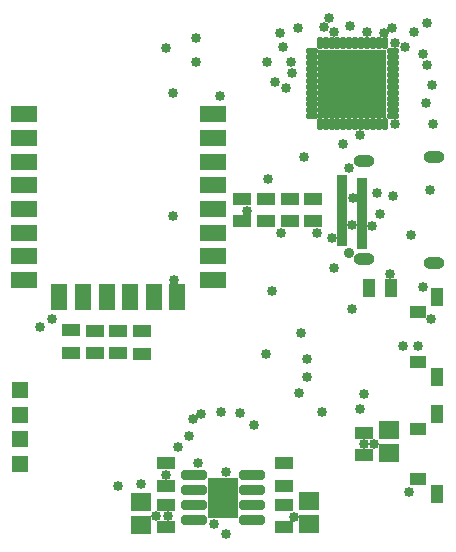
<source format=gts>
G04*
G04 #@! TF.GenerationSoftware,Altium Limited,Altium Designer,20.0.2 (26)*
G04*
G04 Layer_Color=8388736*
%FSLAX25Y25*%
%MOIN*%
G70*
G01*
G75*
%ADD25R,0.06233X0.04422*%
%ADD26R,0.04422X0.06233*%
G04:AMPARAMS|DCode=27|XSize=42.25mil|YSize=18.63mil|CornerRadius=5.33mil|HoleSize=0mil|Usage=FLASHONLY|Rotation=90.000|XOffset=0mil|YOffset=0mil|HoleType=Round|Shape=RoundedRectangle|*
%AMROUNDEDRECTD27*
21,1,0.04225,0.00797,0,0,90.0*
21,1,0.03160,0.01863,0,0,90.0*
1,1,0.01066,0.00399,0.01580*
1,1,0.01066,0.00399,-0.01580*
1,1,0.01066,-0.00399,-0.01580*
1,1,0.01066,-0.00399,0.01580*
%
%ADD27ROUNDEDRECTD27*%
G04:AMPARAMS|DCode=28|XSize=42.25mil|YSize=18.63mil|CornerRadius=5.33mil|HoleSize=0mil|Usage=FLASHONLY|Rotation=0.000|XOffset=0mil|YOffset=0mil|HoleType=Round|Shape=RoundedRectangle|*
%AMROUNDEDRECTD28*
21,1,0.04225,0.00797,0,0,0.0*
21,1,0.03160,0.01863,0,0,0.0*
1,1,0.01066,0.01580,-0.00399*
1,1,0.01066,-0.01580,-0.00399*
1,1,0.01066,-0.01580,0.00399*
1,1,0.01066,0.01580,0.00399*
%
%ADD28ROUNDEDRECTD28*%
%ADD29R,0.22847X0.22847*%
%ADD30R,0.06706X0.05918*%
%ADD31R,0.10300X0.13800*%
G04:AMPARAMS|DCode=32|XSize=85.56mil|YSize=31.62mil|CornerRadius=6.95mil|HoleSize=0mil|Usage=FLASHONLY|Rotation=0.000|XOffset=0mil|YOffset=0mil|HoleType=Round|Shape=RoundedRectangle|*
%AMROUNDEDRECTD32*
21,1,0.08556,0.01772,0,0,0.0*
21,1,0.07165,0.03162,0,0,0.0*
1,1,0.01391,0.03583,-0.00886*
1,1,0.01391,-0.03583,-0.00886*
1,1,0.01391,-0.03583,0.00886*
1,1,0.01391,0.03583,0.00886*
%
%ADD32ROUNDEDRECTD32*%
%ADD33R,0.05524X0.05524*%
%ADD34R,0.03556X0.01981*%
%ADD35R,0.04331X0.06102*%
%ADD36R,0.05512X0.03937*%
%ADD37R,0.05524X0.08674*%
%ADD38R,0.08674X0.05524*%
%ADD39C,0.03359*%
%ADD40O,0.07099X0.03950*%
%ADD41C,0.03458*%
D25*
X199213Y342343D02*
D03*
Y334823D02*
D03*
X207087Y334606D02*
D03*
Y342126D02*
D03*
X222835Y341949D02*
D03*
Y334429D02*
D03*
X214961Y334606D02*
D03*
Y342126D02*
D03*
X272047Y386043D02*
D03*
Y378524D02*
D03*
X279921D02*
D03*
Y386043D02*
D03*
X264173D02*
D03*
Y378524D02*
D03*
X256299D02*
D03*
Y386043D02*
D03*
X270079Y284154D02*
D03*
Y276634D02*
D03*
Y290335D02*
D03*
Y297854D02*
D03*
X230709Y290335D02*
D03*
Y297854D02*
D03*
Y276634D02*
D03*
Y284154D02*
D03*
X296850Y308091D02*
D03*
Y300571D02*
D03*
D26*
X298386Y356299D02*
D03*
X305906D02*
D03*
D27*
X282087Y410906D02*
D03*
X284055D02*
D03*
X286024D02*
D03*
X287992D02*
D03*
X289961D02*
D03*
X291929D02*
D03*
X293898D02*
D03*
X295866D02*
D03*
X297835D02*
D03*
X299803D02*
D03*
X301772D02*
D03*
X303740D02*
D03*
Y437913D02*
D03*
X301772D02*
D03*
X299803D02*
D03*
X297835D02*
D03*
X295866D02*
D03*
X293898D02*
D03*
X291929D02*
D03*
X289961D02*
D03*
X287992D02*
D03*
X286024D02*
D03*
X284055D02*
D03*
X282087D02*
D03*
D28*
X279413Y435236D02*
D03*
X279409Y433268D02*
D03*
Y431299D02*
D03*
Y429331D02*
D03*
Y427362D02*
D03*
Y425394D02*
D03*
Y423425D02*
D03*
Y421457D02*
D03*
Y419488D02*
D03*
Y417520D02*
D03*
Y415551D02*
D03*
Y413583D02*
D03*
X306417D02*
D03*
Y415551D02*
D03*
Y417520D02*
D03*
Y419488D02*
D03*
Y421457D02*
D03*
Y423425D02*
D03*
Y425394D02*
D03*
Y427362D02*
D03*
Y429331D02*
D03*
Y431299D02*
D03*
Y433268D02*
D03*
Y435236D02*
D03*
D29*
X292913Y424409D02*
D03*
D30*
X278346Y277756D02*
D03*
Y285236D02*
D03*
X222441Y277362D02*
D03*
Y284843D02*
D03*
X305118Y301378D02*
D03*
Y308858D02*
D03*
D31*
X249902Y286476D02*
D03*
D32*
X240157Y293976D02*
D03*
Y288976D02*
D03*
Y283976D02*
D03*
Y278976D02*
D03*
X259646D02*
D03*
Y283976D02*
D03*
Y288976D02*
D03*
Y293976D02*
D03*
D33*
X182283Y305906D02*
D03*
Y297638D02*
D03*
Y313976D02*
D03*
Y322244D02*
D03*
D34*
X289370Y393110D02*
D03*
Y391142D02*
D03*
Y389173D02*
D03*
Y387205D02*
D03*
Y385236D02*
D03*
Y383268D02*
D03*
Y381299D02*
D03*
Y379331D02*
D03*
Y377362D02*
D03*
Y375394D02*
D03*
Y373425D02*
D03*
X296063Y370473D02*
D03*
Y372441D02*
D03*
Y374410D02*
D03*
Y376378D02*
D03*
Y378347D02*
D03*
Y380315D02*
D03*
Y382284D02*
D03*
Y384252D02*
D03*
Y386221D02*
D03*
Y388189D02*
D03*
Y390158D02*
D03*
Y392126D02*
D03*
X289370Y371457D02*
D03*
D35*
X321260Y314252D02*
D03*
Y287677D02*
D03*
Y353346D02*
D03*
Y326772D02*
D03*
D36*
X314764Y292717D02*
D03*
Y309252D02*
D03*
Y331811D02*
D03*
Y348346D02*
D03*
D37*
X195276Y353228D02*
D03*
X203150D02*
D03*
X211024D02*
D03*
X218898D02*
D03*
X226772D02*
D03*
X234646D02*
D03*
D38*
X183465Y359055D02*
D03*
Y366929D02*
D03*
Y374803D02*
D03*
Y382677D02*
D03*
Y390551D02*
D03*
Y406299D02*
D03*
Y398425D02*
D03*
Y414173D02*
D03*
X246457D02*
D03*
Y406299D02*
D03*
Y398425D02*
D03*
Y390551D02*
D03*
Y382677D02*
D03*
Y374803D02*
D03*
Y366929D02*
D03*
Y359055D02*
D03*
D39*
X291969Y396457D02*
D03*
X300288Y304402D02*
D03*
X296900Y304300D02*
D03*
X295472Y315846D02*
D03*
X296949Y321063D02*
D03*
X312400Y374100D02*
D03*
X283500Y443300D02*
D03*
X285173Y446457D02*
D03*
X293100Y386200D02*
D03*
X301100Y388100D02*
D03*
X276772Y400000D02*
D03*
X286971Y441695D02*
D03*
X192913Y345843D02*
D03*
X293000Y349400D02*
D03*
X305600Y360900D02*
D03*
X233600Y359055D02*
D03*
X272500Y431600D02*
D03*
X281100Y374800D02*
D03*
X270675Y423000D02*
D03*
X273500Y280000D02*
D03*
X235000Y303400D02*
D03*
X241600Y297854D02*
D03*
X214900Y290200D02*
D03*
X292700Y377300D02*
D03*
X240900Y431700D02*
D03*
Y439800D02*
D03*
X317800Y430500D02*
D03*
X319000Y389000D02*
D03*
X316359Y356600D02*
D03*
X319100Y345900D02*
D03*
X315000Y337100D02*
D03*
X238603Y306900D02*
D03*
X278000Y332500D02*
D03*
X310600Y436700D02*
D03*
X317689Y444711D02*
D03*
X276000Y341200D02*
D03*
X275300Y321400D02*
D03*
X260205Y310597D02*
D03*
X242600Y314200D02*
D03*
X249145Y315145D02*
D03*
X255400Y314500D02*
D03*
X265000Y392700D02*
D03*
X290000Y404300D02*
D03*
X233200Y421400D02*
D03*
Y380400D02*
D03*
X269300Y374700D02*
D03*
X264291Y334391D02*
D03*
X227500Y280300D02*
D03*
X286900Y363100D02*
D03*
X246900Y277700D02*
D03*
X231600Y280400D02*
D03*
X251000Y274400D02*
D03*
Y294900D02*
D03*
X303500Y441300D02*
D03*
X306500Y386900D02*
D03*
X295500Y407300D02*
D03*
X239700Y312700D02*
D03*
X230700Y436400D02*
D03*
X248900Y420200D02*
D03*
X274928Y443109D02*
D03*
X264400Y431500D02*
D03*
X309752Y336900D02*
D03*
X320000Y410900D02*
D03*
X302100Y380900D02*
D03*
X277900Y326500D02*
D03*
X306279Y443100D02*
D03*
X268900Y441400D02*
D03*
X267200Y424900D02*
D03*
X292200Y443700D02*
D03*
X269700Y436600D02*
D03*
X298000Y441500D02*
D03*
X313500Y441732D02*
D03*
X299600Y377000D02*
D03*
X307200Y437900D02*
D03*
Y410900D02*
D03*
X230700Y294100D02*
D03*
X188700Y343200D02*
D03*
X222441Y291159D02*
D03*
X316400Y434213D02*
D03*
X319500Y424100D02*
D03*
X317500Y418100D02*
D03*
X311700Y288386D02*
D03*
X272930Y427970D02*
D03*
X282900Y315100D02*
D03*
X286100Y372900D02*
D03*
X257700Y382000D02*
D03*
X266100Y355200D02*
D03*
D40*
X296890Y366024D02*
D03*
Y398543D02*
D03*
X320315Y399961D02*
D03*
Y364606D02*
D03*
D41*
X291969Y368110D02*
D03*
M02*

</source>
